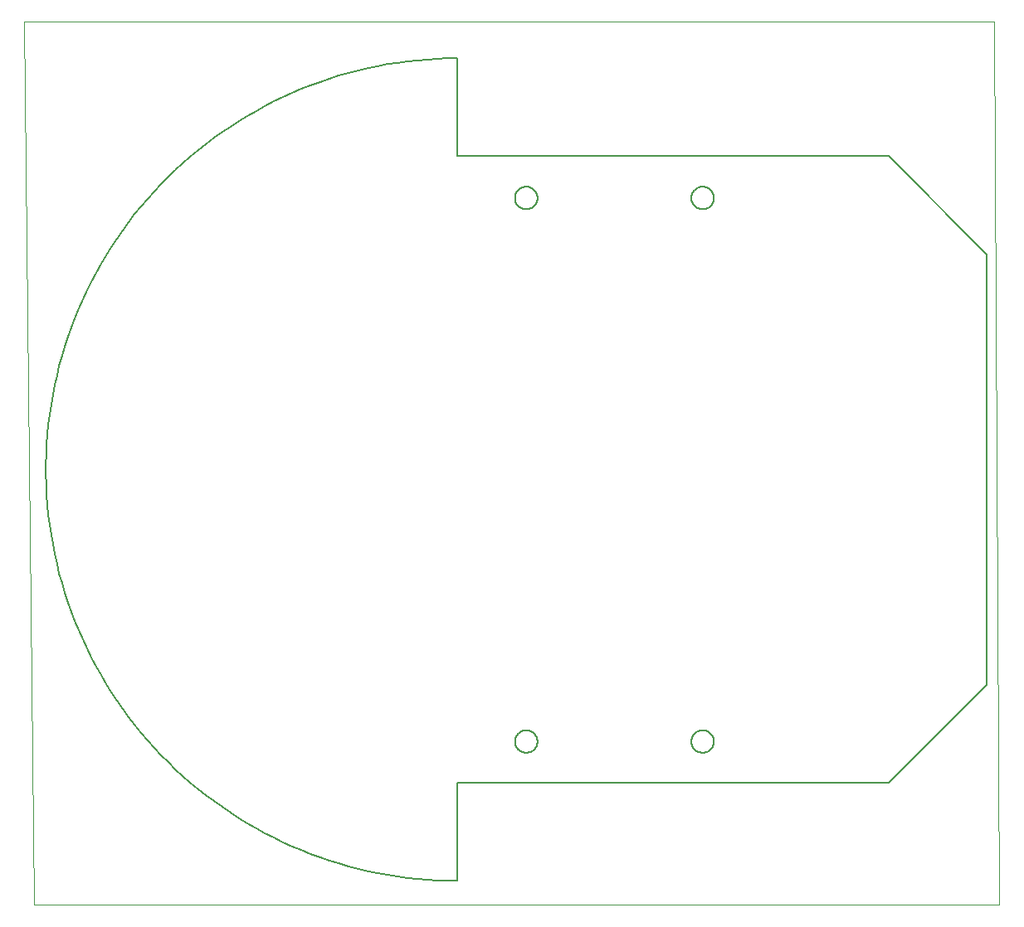
<source format=gbp>
G75*
%MOIN*%
%OFA0B0*%
%FSLAX25Y25*%
%IPPOS*%
%LPD*%
%AMOC8*
5,1,8,0,0,1.08239X$1,22.5*
%
%ADD10C,0.00000*%
%ADD11C,0.00500*%
D10*
X0831303Y0844303D02*
X0827303Y1199263D01*
X1217003Y1199263D01*
X1219003Y0844303D01*
X0831303Y0844303D01*
D11*
X1001310Y0853948D02*
X1001310Y0893318D01*
X1174539Y0893318D01*
X1213909Y0932688D01*
X1213909Y1105917D01*
X1174539Y1145287D01*
X1001310Y1145287D01*
X1001310Y1184657D01*
X1024342Y1128555D02*
X1024344Y1128689D01*
X1024350Y1128823D01*
X1024360Y1128957D01*
X1024374Y1129091D01*
X1024392Y1129224D01*
X1024413Y1129356D01*
X1024439Y1129488D01*
X1024469Y1129619D01*
X1024502Y1129749D01*
X1024539Y1129877D01*
X1024581Y1130005D01*
X1024625Y1130132D01*
X1024674Y1130257D01*
X1024726Y1130380D01*
X1024782Y1130502D01*
X1024842Y1130623D01*
X1024905Y1130741D01*
X1024971Y1130858D01*
X1025041Y1130972D01*
X1025114Y1131085D01*
X1025191Y1131195D01*
X1025271Y1131303D01*
X1025354Y1131408D01*
X1025440Y1131511D01*
X1025529Y1131611D01*
X1025621Y1131709D01*
X1025716Y1131804D01*
X1025814Y1131896D01*
X1025914Y1131985D01*
X1026017Y1132071D01*
X1026122Y1132154D01*
X1026230Y1132234D01*
X1026340Y1132311D01*
X1026453Y1132384D01*
X1026567Y1132454D01*
X1026684Y1132520D01*
X1026802Y1132583D01*
X1026923Y1132643D01*
X1027045Y1132699D01*
X1027168Y1132751D01*
X1027293Y1132800D01*
X1027420Y1132844D01*
X1027548Y1132886D01*
X1027676Y1132923D01*
X1027806Y1132956D01*
X1027937Y1132986D01*
X1028069Y1133012D01*
X1028201Y1133033D01*
X1028334Y1133051D01*
X1028468Y1133065D01*
X1028602Y1133075D01*
X1028736Y1133081D01*
X1028870Y1133083D01*
X1029004Y1133081D01*
X1029138Y1133075D01*
X1029272Y1133065D01*
X1029406Y1133051D01*
X1029539Y1133033D01*
X1029671Y1133012D01*
X1029803Y1132986D01*
X1029934Y1132956D01*
X1030064Y1132923D01*
X1030192Y1132886D01*
X1030320Y1132844D01*
X1030447Y1132800D01*
X1030572Y1132751D01*
X1030695Y1132699D01*
X1030817Y1132643D01*
X1030938Y1132583D01*
X1031056Y1132520D01*
X1031173Y1132454D01*
X1031287Y1132384D01*
X1031400Y1132311D01*
X1031510Y1132234D01*
X1031618Y1132154D01*
X1031723Y1132071D01*
X1031826Y1131985D01*
X1031926Y1131896D01*
X1032024Y1131804D01*
X1032119Y1131709D01*
X1032211Y1131611D01*
X1032300Y1131511D01*
X1032386Y1131408D01*
X1032469Y1131303D01*
X1032549Y1131195D01*
X1032626Y1131085D01*
X1032699Y1130972D01*
X1032769Y1130858D01*
X1032835Y1130741D01*
X1032898Y1130623D01*
X1032958Y1130502D01*
X1033014Y1130380D01*
X1033066Y1130257D01*
X1033115Y1130132D01*
X1033159Y1130005D01*
X1033201Y1129877D01*
X1033238Y1129749D01*
X1033271Y1129619D01*
X1033301Y1129488D01*
X1033327Y1129356D01*
X1033348Y1129224D01*
X1033366Y1129091D01*
X1033380Y1128957D01*
X1033390Y1128823D01*
X1033396Y1128689D01*
X1033398Y1128555D01*
X1033396Y1128421D01*
X1033390Y1128287D01*
X1033380Y1128153D01*
X1033366Y1128019D01*
X1033348Y1127886D01*
X1033327Y1127754D01*
X1033301Y1127622D01*
X1033271Y1127491D01*
X1033238Y1127361D01*
X1033201Y1127233D01*
X1033159Y1127105D01*
X1033115Y1126978D01*
X1033066Y1126853D01*
X1033014Y1126730D01*
X1032958Y1126608D01*
X1032898Y1126487D01*
X1032835Y1126369D01*
X1032769Y1126252D01*
X1032699Y1126138D01*
X1032626Y1126025D01*
X1032549Y1125915D01*
X1032469Y1125807D01*
X1032386Y1125702D01*
X1032300Y1125599D01*
X1032211Y1125499D01*
X1032119Y1125401D01*
X1032024Y1125306D01*
X1031926Y1125214D01*
X1031826Y1125125D01*
X1031723Y1125039D01*
X1031618Y1124956D01*
X1031510Y1124876D01*
X1031400Y1124799D01*
X1031287Y1124726D01*
X1031173Y1124656D01*
X1031056Y1124590D01*
X1030938Y1124527D01*
X1030817Y1124467D01*
X1030695Y1124411D01*
X1030572Y1124359D01*
X1030447Y1124310D01*
X1030320Y1124266D01*
X1030192Y1124224D01*
X1030064Y1124187D01*
X1029934Y1124154D01*
X1029803Y1124124D01*
X1029671Y1124098D01*
X1029539Y1124077D01*
X1029406Y1124059D01*
X1029272Y1124045D01*
X1029138Y1124035D01*
X1029004Y1124029D01*
X1028870Y1124027D01*
X1028736Y1124029D01*
X1028602Y1124035D01*
X1028468Y1124045D01*
X1028334Y1124059D01*
X1028201Y1124077D01*
X1028069Y1124098D01*
X1027937Y1124124D01*
X1027806Y1124154D01*
X1027676Y1124187D01*
X1027548Y1124224D01*
X1027420Y1124266D01*
X1027293Y1124310D01*
X1027168Y1124359D01*
X1027045Y1124411D01*
X1026923Y1124467D01*
X1026802Y1124527D01*
X1026684Y1124590D01*
X1026567Y1124656D01*
X1026453Y1124726D01*
X1026340Y1124799D01*
X1026230Y1124876D01*
X1026122Y1124956D01*
X1026017Y1125039D01*
X1025914Y1125125D01*
X1025814Y1125214D01*
X1025716Y1125306D01*
X1025621Y1125401D01*
X1025529Y1125499D01*
X1025440Y1125599D01*
X1025354Y1125702D01*
X1025271Y1125807D01*
X1025191Y1125915D01*
X1025114Y1126025D01*
X1025041Y1126138D01*
X1024971Y1126252D01*
X1024905Y1126369D01*
X1024842Y1126487D01*
X1024782Y1126608D01*
X1024726Y1126730D01*
X1024674Y1126853D01*
X1024625Y1126978D01*
X1024581Y1127105D01*
X1024539Y1127233D01*
X1024502Y1127361D01*
X1024469Y1127491D01*
X1024439Y1127622D01*
X1024413Y1127754D01*
X1024392Y1127886D01*
X1024374Y1128019D01*
X1024360Y1128153D01*
X1024350Y1128287D01*
X1024344Y1128421D01*
X1024342Y1128555D01*
X1001310Y1184657D02*
X0997283Y1184608D01*
X0993259Y1184461D01*
X0989240Y1184216D01*
X0985228Y1183873D01*
X0981225Y1183433D01*
X0977234Y1182895D01*
X0973258Y1182260D01*
X0969298Y1181529D01*
X0965357Y1180701D01*
X0961438Y1179778D01*
X0957542Y1178759D01*
X0953672Y1177646D01*
X0949830Y1176439D01*
X0946019Y1175139D01*
X0942240Y1173746D01*
X0938497Y1172262D01*
X0934791Y1170687D01*
X0931124Y1169022D01*
X0927499Y1167269D01*
X0923918Y1165428D01*
X0920383Y1163500D01*
X0916895Y1161486D01*
X0913458Y1159389D01*
X0910073Y1157208D01*
X0906742Y1154945D01*
X0903467Y1152602D01*
X0900250Y1150180D01*
X0897093Y1147680D01*
X0893998Y1145105D01*
X0890966Y1142454D01*
X0888000Y1139731D01*
X0885101Y1136936D01*
X0882271Y1134071D01*
X0879512Y1131138D01*
X0876824Y1128139D01*
X0874211Y1125075D01*
X0871673Y1121949D01*
X0869212Y1118762D01*
X0866829Y1115516D01*
X0864526Y1112212D01*
X0862304Y1108854D01*
X0860165Y1105443D01*
X0858109Y1101980D01*
X0856138Y1098468D01*
X0854254Y1094910D01*
X0852456Y1091306D01*
X0850747Y1087660D01*
X0849127Y1083974D01*
X0847597Y1080249D01*
X0846159Y1076488D01*
X0844812Y1072693D01*
X0843559Y1068866D01*
X0842399Y1065010D01*
X0841333Y1061127D01*
X0840362Y1057219D01*
X0839486Y1053288D01*
X0838707Y1049337D01*
X0838023Y1045369D01*
X0837437Y1041385D01*
X0836948Y1037388D01*
X0836556Y1033380D01*
X0836262Y1029364D01*
X0836066Y1025342D01*
X0835968Y1021316D01*
X0835968Y1017290D01*
X0836066Y1013264D01*
X0836262Y1009242D01*
X0836556Y1005226D01*
X0836948Y1001218D01*
X0837437Y0997221D01*
X0838023Y0993237D01*
X0838707Y0989269D01*
X0839486Y0985318D01*
X0840362Y0981387D01*
X0841333Y0977479D01*
X0842399Y0973596D01*
X0843559Y0969740D01*
X0844812Y0965913D01*
X0846159Y0962118D01*
X0847597Y0958357D01*
X0849127Y0954632D01*
X0850747Y0950946D01*
X0852456Y0947300D01*
X0854254Y0943696D01*
X0856138Y0940138D01*
X0858109Y0936626D01*
X0860165Y0933163D01*
X0862304Y0929752D01*
X0864526Y0926394D01*
X0866829Y0923090D01*
X0869212Y0919844D01*
X0871673Y0916657D01*
X0874211Y0913531D01*
X0876824Y0910467D01*
X0879512Y0907468D01*
X0882271Y0904535D01*
X0885101Y0901670D01*
X0888000Y0898875D01*
X0890966Y0896152D01*
X0893998Y0893501D01*
X0897093Y0890926D01*
X0900250Y0888426D01*
X0903467Y0886004D01*
X0906742Y0883661D01*
X0910073Y0881398D01*
X0913458Y0879217D01*
X0916895Y0877120D01*
X0920383Y0875106D01*
X0923918Y0873178D01*
X0927499Y0871337D01*
X0931124Y0869584D01*
X0934791Y0867919D01*
X0938497Y0866344D01*
X0942240Y0864860D01*
X0946019Y0863467D01*
X0949830Y0862167D01*
X0953672Y0860960D01*
X0957542Y0859847D01*
X0961438Y0858828D01*
X0965357Y0857905D01*
X0969298Y0857077D01*
X0973258Y0856346D01*
X0977234Y0855711D01*
X0981225Y0855173D01*
X0985228Y0854733D01*
X0989240Y0854390D01*
X0993259Y0854145D01*
X0997283Y0853998D01*
X1001310Y0853949D01*
X1024342Y0910051D02*
X1024344Y0910185D01*
X1024350Y0910319D01*
X1024360Y0910453D01*
X1024374Y0910587D01*
X1024392Y0910720D01*
X1024413Y0910852D01*
X1024439Y0910984D01*
X1024469Y0911115D01*
X1024502Y0911245D01*
X1024539Y0911373D01*
X1024581Y0911501D01*
X1024625Y0911628D01*
X1024674Y0911753D01*
X1024726Y0911876D01*
X1024782Y0911998D01*
X1024842Y0912119D01*
X1024905Y0912237D01*
X1024971Y0912354D01*
X1025041Y0912468D01*
X1025114Y0912581D01*
X1025191Y0912691D01*
X1025271Y0912799D01*
X1025354Y0912904D01*
X1025440Y0913007D01*
X1025529Y0913107D01*
X1025621Y0913205D01*
X1025716Y0913300D01*
X1025814Y0913392D01*
X1025914Y0913481D01*
X1026017Y0913567D01*
X1026122Y0913650D01*
X1026230Y0913730D01*
X1026340Y0913807D01*
X1026453Y0913880D01*
X1026567Y0913950D01*
X1026684Y0914016D01*
X1026802Y0914079D01*
X1026923Y0914139D01*
X1027045Y0914195D01*
X1027168Y0914247D01*
X1027293Y0914296D01*
X1027420Y0914340D01*
X1027548Y0914382D01*
X1027676Y0914419D01*
X1027806Y0914452D01*
X1027937Y0914482D01*
X1028069Y0914508D01*
X1028201Y0914529D01*
X1028334Y0914547D01*
X1028468Y0914561D01*
X1028602Y0914571D01*
X1028736Y0914577D01*
X1028870Y0914579D01*
X1029004Y0914577D01*
X1029138Y0914571D01*
X1029272Y0914561D01*
X1029406Y0914547D01*
X1029539Y0914529D01*
X1029671Y0914508D01*
X1029803Y0914482D01*
X1029934Y0914452D01*
X1030064Y0914419D01*
X1030192Y0914382D01*
X1030320Y0914340D01*
X1030447Y0914296D01*
X1030572Y0914247D01*
X1030695Y0914195D01*
X1030817Y0914139D01*
X1030938Y0914079D01*
X1031056Y0914016D01*
X1031173Y0913950D01*
X1031287Y0913880D01*
X1031400Y0913807D01*
X1031510Y0913730D01*
X1031618Y0913650D01*
X1031723Y0913567D01*
X1031826Y0913481D01*
X1031926Y0913392D01*
X1032024Y0913300D01*
X1032119Y0913205D01*
X1032211Y0913107D01*
X1032300Y0913007D01*
X1032386Y0912904D01*
X1032469Y0912799D01*
X1032549Y0912691D01*
X1032626Y0912581D01*
X1032699Y0912468D01*
X1032769Y0912354D01*
X1032835Y0912237D01*
X1032898Y0912119D01*
X1032958Y0911998D01*
X1033014Y0911876D01*
X1033066Y0911753D01*
X1033115Y0911628D01*
X1033159Y0911501D01*
X1033201Y0911373D01*
X1033238Y0911245D01*
X1033271Y0911115D01*
X1033301Y0910984D01*
X1033327Y0910852D01*
X1033348Y0910720D01*
X1033366Y0910587D01*
X1033380Y0910453D01*
X1033390Y0910319D01*
X1033396Y0910185D01*
X1033398Y0910051D01*
X1033396Y0909917D01*
X1033390Y0909783D01*
X1033380Y0909649D01*
X1033366Y0909515D01*
X1033348Y0909382D01*
X1033327Y0909250D01*
X1033301Y0909118D01*
X1033271Y0908987D01*
X1033238Y0908857D01*
X1033201Y0908729D01*
X1033159Y0908601D01*
X1033115Y0908474D01*
X1033066Y0908349D01*
X1033014Y0908226D01*
X1032958Y0908104D01*
X1032898Y0907983D01*
X1032835Y0907865D01*
X1032769Y0907748D01*
X1032699Y0907634D01*
X1032626Y0907521D01*
X1032549Y0907411D01*
X1032469Y0907303D01*
X1032386Y0907198D01*
X1032300Y0907095D01*
X1032211Y0906995D01*
X1032119Y0906897D01*
X1032024Y0906802D01*
X1031926Y0906710D01*
X1031826Y0906621D01*
X1031723Y0906535D01*
X1031618Y0906452D01*
X1031510Y0906372D01*
X1031400Y0906295D01*
X1031287Y0906222D01*
X1031173Y0906152D01*
X1031056Y0906086D01*
X1030938Y0906023D01*
X1030817Y0905963D01*
X1030695Y0905907D01*
X1030572Y0905855D01*
X1030447Y0905806D01*
X1030320Y0905762D01*
X1030192Y0905720D01*
X1030064Y0905683D01*
X1029934Y0905650D01*
X1029803Y0905620D01*
X1029671Y0905594D01*
X1029539Y0905573D01*
X1029406Y0905555D01*
X1029272Y0905541D01*
X1029138Y0905531D01*
X1029004Y0905525D01*
X1028870Y0905523D01*
X1028736Y0905525D01*
X1028602Y0905531D01*
X1028468Y0905541D01*
X1028334Y0905555D01*
X1028201Y0905573D01*
X1028069Y0905594D01*
X1027937Y0905620D01*
X1027806Y0905650D01*
X1027676Y0905683D01*
X1027548Y0905720D01*
X1027420Y0905762D01*
X1027293Y0905806D01*
X1027168Y0905855D01*
X1027045Y0905907D01*
X1026923Y0905963D01*
X1026802Y0906023D01*
X1026684Y0906086D01*
X1026567Y0906152D01*
X1026453Y0906222D01*
X1026340Y0906295D01*
X1026230Y0906372D01*
X1026122Y0906452D01*
X1026017Y0906535D01*
X1025914Y0906621D01*
X1025814Y0906710D01*
X1025716Y0906802D01*
X1025621Y0906897D01*
X1025529Y0906995D01*
X1025440Y0907095D01*
X1025354Y0907198D01*
X1025271Y0907303D01*
X1025191Y0907411D01*
X1025114Y0907521D01*
X1025041Y0907634D01*
X1024971Y0907748D01*
X1024905Y0907865D01*
X1024842Y0907983D01*
X1024782Y0908104D01*
X1024726Y0908226D01*
X1024674Y0908349D01*
X1024625Y0908474D01*
X1024581Y0908601D01*
X1024539Y0908729D01*
X1024502Y0908857D01*
X1024469Y0908987D01*
X1024439Y0909118D01*
X1024413Y0909250D01*
X1024392Y0909382D01*
X1024374Y0909515D01*
X1024360Y0909649D01*
X1024350Y0909783D01*
X1024344Y0909917D01*
X1024342Y0910051D01*
X1095208Y0910051D02*
X1095210Y0910185D01*
X1095216Y0910319D01*
X1095226Y0910453D01*
X1095240Y0910587D01*
X1095258Y0910720D01*
X1095279Y0910852D01*
X1095305Y0910984D01*
X1095335Y0911115D01*
X1095368Y0911245D01*
X1095405Y0911373D01*
X1095447Y0911501D01*
X1095491Y0911628D01*
X1095540Y0911753D01*
X1095592Y0911876D01*
X1095648Y0911998D01*
X1095708Y0912119D01*
X1095771Y0912237D01*
X1095837Y0912354D01*
X1095907Y0912468D01*
X1095980Y0912581D01*
X1096057Y0912691D01*
X1096137Y0912799D01*
X1096220Y0912904D01*
X1096306Y0913007D01*
X1096395Y0913107D01*
X1096487Y0913205D01*
X1096582Y0913300D01*
X1096680Y0913392D01*
X1096780Y0913481D01*
X1096883Y0913567D01*
X1096988Y0913650D01*
X1097096Y0913730D01*
X1097206Y0913807D01*
X1097319Y0913880D01*
X1097433Y0913950D01*
X1097550Y0914016D01*
X1097668Y0914079D01*
X1097789Y0914139D01*
X1097911Y0914195D01*
X1098034Y0914247D01*
X1098159Y0914296D01*
X1098286Y0914340D01*
X1098414Y0914382D01*
X1098542Y0914419D01*
X1098672Y0914452D01*
X1098803Y0914482D01*
X1098935Y0914508D01*
X1099067Y0914529D01*
X1099200Y0914547D01*
X1099334Y0914561D01*
X1099468Y0914571D01*
X1099602Y0914577D01*
X1099736Y0914579D01*
X1099870Y0914577D01*
X1100004Y0914571D01*
X1100138Y0914561D01*
X1100272Y0914547D01*
X1100405Y0914529D01*
X1100537Y0914508D01*
X1100669Y0914482D01*
X1100800Y0914452D01*
X1100930Y0914419D01*
X1101058Y0914382D01*
X1101186Y0914340D01*
X1101313Y0914296D01*
X1101438Y0914247D01*
X1101561Y0914195D01*
X1101683Y0914139D01*
X1101804Y0914079D01*
X1101922Y0914016D01*
X1102039Y0913950D01*
X1102153Y0913880D01*
X1102266Y0913807D01*
X1102376Y0913730D01*
X1102484Y0913650D01*
X1102589Y0913567D01*
X1102692Y0913481D01*
X1102792Y0913392D01*
X1102890Y0913300D01*
X1102985Y0913205D01*
X1103077Y0913107D01*
X1103166Y0913007D01*
X1103252Y0912904D01*
X1103335Y0912799D01*
X1103415Y0912691D01*
X1103492Y0912581D01*
X1103565Y0912468D01*
X1103635Y0912354D01*
X1103701Y0912237D01*
X1103764Y0912119D01*
X1103824Y0911998D01*
X1103880Y0911876D01*
X1103932Y0911753D01*
X1103981Y0911628D01*
X1104025Y0911501D01*
X1104067Y0911373D01*
X1104104Y0911245D01*
X1104137Y0911115D01*
X1104167Y0910984D01*
X1104193Y0910852D01*
X1104214Y0910720D01*
X1104232Y0910587D01*
X1104246Y0910453D01*
X1104256Y0910319D01*
X1104262Y0910185D01*
X1104264Y0910051D01*
X1104262Y0909917D01*
X1104256Y0909783D01*
X1104246Y0909649D01*
X1104232Y0909515D01*
X1104214Y0909382D01*
X1104193Y0909250D01*
X1104167Y0909118D01*
X1104137Y0908987D01*
X1104104Y0908857D01*
X1104067Y0908729D01*
X1104025Y0908601D01*
X1103981Y0908474D01*
X1103932Y0908349D01*
X1103880Y0908226D01*
X1103824Y0908104D01*
X1103764Y0907983D01*
X1103701Y0907865D01*
X1103635Y0907748D01*
X1103565Y0907634D01*
X1103492Y0907521D01*
X1103415Y0907411D01*
X1103335Y0907303D01*
X1103252Y0907198D01*
X1103166Y0907095D01*
X1103077Y0906995D01*
X1102985Y0906897D01*
X1102890Y0906802D01*
X1102792Y0906710D01*
X1102692Y0906621D01*
X1102589Y0906535D01*
X1102484Y0906452D01*
X1102376Y0906372D01*
X1102266Y0906295D01*
X1102153Y0906222D01*
X1102039Y0906152D01*
X1101922Y0906086D01*
X1101804Y0906023D01*
X1101683Y0905963D01*
X1101561Y0905907D01*
X1101438Y0905855D01*
X1101313Y0905806D01*
X1101186Y0905762D01*
X1101058Y0905720D01*
X1100930Y0905683D01*
X1100800Y0905650D01*
X1100669Y0905620D01*
X1100537Y0905594D01*
X1100405Y0905573D01*
X1100272Y0905555D01*
X1100138Y0905541D01*
X1100004Y0905531D01*
X1099870Y0905525D01*
X1099736Y0905523D01*
X1099602Y0905525D01*
X1099468Y0905531D01*
X1099334Y0905541D01*
X1099200Y0905555D01*
X1099067Y0905573D01*
X1098935Y0905594D01*
X1098803Y0905620D01*
X1098672Y0905650D01*
X1098542Y0905683D01*
X1098414Y0905720D01*
X1098286Y0905762D01*
X1098159Y0905806D01*
X1098034Y0905855D01*
X1097911Y0905907D01*
X1097789Y0905963D01*
X1097668Y0906023D01*
X1097550Y0906086D01*
X1097433Y0906152D01*
X1097319Y0906222D01*
X1097206Y0906295D01*
X1097096Y0906372D01*
X1096988Y0906452D01*
X1096883Y0906535D01*
X1096780Y0906621D01*
X1096680Y0906710D01*
X1096582Y0906802D01*
X1096487Y0906897D01*
X1096395Y0906995D01*
X1096306Y0907095D01*
X1096220Y0907198D01*
X1096137Y0907303D01*
X1096057Y0907411D01*
X1095980Y0907521D01*
X1095907Y0907634D01*
X1095837Y0907748D01*
X1095771Y0907865D01*
X1095708Y0907983D01*
X1095648Y0908104D01*
X1095592Y0908226D01*
X1095540Y0908349D01*
X1095491Y0908474D01*
X1095447Y0908601D01*
X1095405Y0908729D01*
X1095368Y0908857D01*
X1095335Y0908987D01*
X1095305Y0909118D01*
X1095279Y0909250D01*
X1095258Y0909382D01*
X1095240Y0909515D01*
X1095226Y0909649D01*
X1095216Y0909783D01*
X1095210Y0909917D01*
X1095208Y0910051D01*
X1095208Y1128555D02*
X1095210Y1128689D01*
X1095216Y1128823D01*
X1095226Y1128957D01*
X1095240Y1129091D01*
X1095258Y1129224D01*
X1095279Y1129356D01*
X1095305Y1129488D01*
X1095335Y1129619D01*
X1095368Y1129749D01*
X1095405Y1129877D01*
X1095447Y1130005D01*
X1095491Y1130132D01*
X1095540Y1130257D01*
X1095592Y1130380D01*
X1095648Y1130502D01*
X1095708Y1130623D01*
X1095771Y1130741D01*
X1095837Y1130858D01*
X1095907Y1130972D01*
X1095980Y1131085D01*
X1096057Y1131195D01*
X1096137Y1131303D01*
X1096220Y1131408D01*
X1096306Y1131511D01*
X1096395Y1131611D01*
X1096487Y1131709D01*
X1096582Y1131804D01*
X1096680Y1131896D01*
X1096780Y1131985D01*
X1096883Y1132071D01*
X1096988Y1132154D01*
X1097096Y1132234D01*
X1097206Y1132311D01*
X1097319Y1132384D01*
X1097433Y1132454D01*
X1097550Y1132520D01*
X1097668Y1132583D01*
X1097789Y1132643D01*
X1097911Y1132699D01*
X1098034Y1132751D01*
X1098159Y1132800D01*
X1098286Y1132844D01*
X1098414Y1132886D01*
X1098542Y1132923D01*
X1098672Y1132956D01*
X1098803Y1132986D01*
X1098935Y1133012D01*
X1099067Y1133033D01*
X1099200Y1133051D01*
X1099334Y1133065D01*
X1099468Y1133075D01*
X1099602Y1133081D01*
X1099736Y1133083D01*
X1099870Y1133081D01*
X1100004Y1133075D01*
X1100138Y1133065D01*
X1100272Y1133051D01*
X1100405Y1133033D01*
X1100537Y1133012D01*
X1100669Y1132986D01*
X1100800Y1132956D01*
X1100930Y1132923D01*
X1101058Y1132886D01*
X1101186Y1132844D01*
X1101313Y1132800D01*
X1101438Y1132751D01*
X1101561Y1132699D01*
X1101683Y1132643D01*
X1101804Y1132583D01*
X1101922Y1132520D01*
X1102039Y1132454D01*
X1102153Y1132384D01*
X1102266Y1132311D01*
X1102376Y1132234D01*
X1102484Y1132154D01*
X1102589Y1132071D01*
X1102692Y1131985D01*
X1102792Y1131896D01*
X1102890Y1131804D01*
X1102985Y1131709D01*
X1103077Y1131611D01*
X1103166Y1131511D01*
X1103252Y1131408D01*
X1103335Y1131303D01*
X1103415Y1131195D01*
X1103492Y1131085D01*
X1103565Y1130972D01*
X1103635Y1130858D01*
X1103701Y1130741D01*
X1103764Y1130623D01*
X1103824Y1130502D01*
X1103880Y1130380D01*
X1103932Y1130257D01*
X1103981Y1130132D01*
X1104025Y1130005D01*
X1104067Y1129877D01*
X1104104Y1129749D01*
X1104137Y1129619D01*
X1104167Y1129488D01*
X1104193Y1129356D01*
X1104214Y1129224D01*
X1104232Y1129091D01*
X1104246Y1128957D01*
X1104256Y1128823D01*
X1104262Y1128689D01*
X1104264Y1128555D01*
X1104262Y1128421D01*
X1104256Y1128287D01*
X1104246Y1128153D01*
X1104232Y1128019D01*
X1104214Y1127886D01*
X1104193Y1127754D01*
X1104167Y1127622D01*
X1104137Y1127491D01*
X1104104Y1127361D01*
X1104067Y1127233D01*
X1104025Y1127105D01*
X1103981Y1126978D01*
X1103932Y1126853D01*
X1103880Y1126730D01*
X1103824Y1126608D01*
X1103764Y1126487D01*
X1103701Y1126369D01*
X1103635Y1126252D01*
X1103565Y1126138D01*
X1103492Y1126025D01*
X1103415Y1125915D01*
X1103335Y1125807D01*
X1103252Y1125702D01*
X1103166Y1125599D01*
X1103077Y1125499D01*
X1102985Y1125401D01*
X1102890Y1125306D01*
X1102792Y1125214D01*
X1102692Y1125125D01*
X1102589Y1125039D01*
X1102484Y1124956D01*
X1102376Y1124876D01*
X1102266Y1124799D01*
X1102153Y1124726D01*
X1102039Y1124656D01*
X1101922Y1124590D01*
X1101804Y1124527D01*
X1101683Y1124467D01*
X1101561Y1124411D01*
X1101438Y1124359D01*
X1101313Y1124310D01*
X1101186Y1124266D01*
X1101058Y1124224D01*
X1100930Y1124187D01*
X1100800Y1124154D01*
X1100669Y1124124D01*
X1100537Y1124098D01*
X1100405Y1124077D01*
X1100272Y1124059D01*
X1100138Y1124045D01*
X1100004Y1124035D01*
X1099870Y1124029D01*
X1099736Y1124027D01*
X1099602Y1124029D01*
X1099468Y1124035D01*
X1099334Y1124045D01*
X1099200Y1124059D01*
X1099067Y1124077D01*
X1098935Y1124098D01*
X1098803Y1124124D01*
X1098672Y1124154D01*
X1098542Y1124187D01*
X1098414Y1124224D01*
X1098286Y1124266D01*
X1098159Y1124310D01*
X1098034Y1124359D01*
X1097911Y1124411D01*
X1097789Y1124467D01*
X1097668Y1124527D01*
X1097550Y1124590D01*
X1097433Y1124656D01*
X1097319Y1124726D01*
X1097206Y1124799D01*
X1097096Y1124876D01*
X1096988Y1124956D01*
X1096883Y1125039D01*
X1096780Y1125125D01*
X1096680Y1125214D01*
X1096582Y1125306D01*
X1096487Y1125401D01*
X1096395Y1125499D01*
X1096306Y1125599D01*
X1096220Y1125702D01*
X1096137Y1125807D01*
X1096057Y1125915D01*
X1095980Y1126025D01*
X1095907Y1126138D01*
X1095837Y1126252D01*
X1095771Y1126369D01*
X1095708Y1126487D01*
X1095648Y1126608D01*
X1095592Y1126730D01*
X1095540Y1126853D01*
X1095491Y1126978D01*
X1095447Y1127105D01*
X1095405Y1127233D01*
X1095368Y1127361D01*
X1095335Y1127491D01*
X1095305Y1127622D01*
X1095279Y1127754D01*
X1095258Y1127886D01*
X1095240Y1128019D01*
X1095226Y1128153D01*
X1095216Y1128287D01*
X1095210Y1128421D01*
X1095208Y1128555D01*
M02*

</source>
